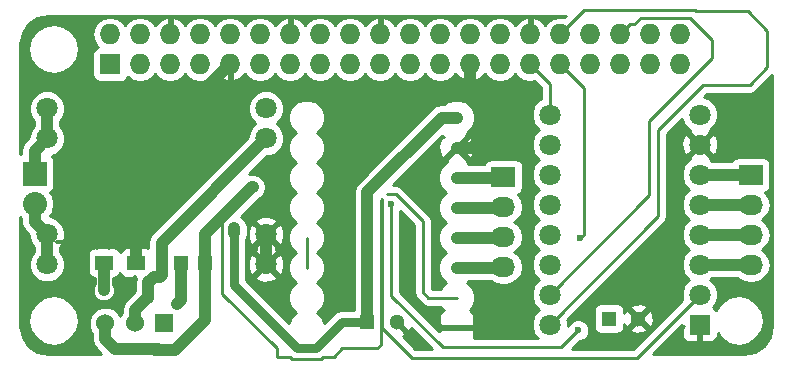
<source format=gbr>
G04 #@! TF.FileFunction,Copper,L1,Top,Signal*
%FSLAX46Y46*%
G04 Gerber Fmt 4.6, Leading zero omitted, Abs format (unit mm)*
G04 Created by KiCad (PCBNEW 4.0.2+dfsg1-stable) date ថ្ងៃ​ច័ន្ទ ថ្ងៃ 19 ខែ មិនា ឆ្នាំ  2018, 20 ម៉ោង m នាទី 38 វិនាទី​*
%MOMM*%
G01*
G04 APERTURE LIST*
%ADD10C,0.100000*%
%ADD11C,0.300000*%
%ADD12R,1.727200X1.727200*%
%ADD13O,1.727200X1.727200*%
%ADD14R,2.032000X1.727200*%
%ADD15O,2.032000X1.727200*%
%ADD16C,1.300000*%
%ADD17R,1.300000X1.300000*%
%ADD18R,1.198880X1.198880*%
%ADD19R,1.750000X1.750000*%
%ADD20C,1.800000*%
%ADD21R,2.032000X2.032000*%
%ADD22O,2.032000X2.032000*%
%ADD23R,1.500000X1.300000*%
%ADD24C,1.524000*%
%ADD25R,1.524000X1.524000*%
%ADD26C,0.600000*%
%ADD27C,0.250000*%
%ADD28C,1.000000*%
%ADD29C,0.800000*%
%ADD30C,0.254000*%
G04 APERTURE END LIST*
D10*
D11*
X129821429Y-112428571D02*
X129321429Y-113928571D01*
X128821429Y-112428571D01*
X128321429Y-113928571D02*
X128321429Y-112428571D01*
X127607143Y-113928571D02*
X127607143Y-112428571D01*
X126750000Y-113928571D01*
X126750000Y-112428571D01*
X126035714Y-113357143D02*
X124892857Y-113357143D01*
D12*
X129430000Y-98340000D03*
D13*
X129430000Y-95800000D03*
X131970000Y-98340000D03*
X131970000Y-95800000D03*
X134510000Y-98340000D03*
X134510000Y-95800000D03*
X137050000Y-98340000D03*
X137050000Y-95800000D03*
X139590000Y-98340000D03*
X139590000Y-95800000D03*
X142130000Y-98340000D03*
X142130000Y-95800000D03*
X144670000Y-98340000D03*
X144670000Y-95800000D03*
X147210000Y-98340000D03*
X147210000Y-95800000D03*
X149750000Y-98340000D03*
X149750000Y-95800000D03*
X152290000Y-98340000D03*
X152290000Y-95800000D03*
X154830000Y-98340000D03*
X154830000Y-95800000D03*
X157370000Y-98340000D03*
X157370000Y-95800000D03*
X159910000Y-98340000D03*
X159910000Y-95800000D03*
X162450000Y-98340000D03*
X162450000Y-95800000D03*
X164990000Y-98340000D03*
X164990000Y-95800000D03*
X167530000Y-98340000D03*
X167530000Y-95800000D03*
X170070000Y-98340000D03*
X170070000Y-95800000D03*
X172610000Y-98340000D03*
X172610000Y-95800000D03*
X175150000Y-98340000D03*
X175150000Y-95800000D03*
X177690000Y-98340000D03*
X177690000Y-95800000D03*
D14*
X183660000Y-107710000D03*
D15*
X183660000Y-110250000D03*
X183660000Y-112790000D03*
X183660000Y-115330000D03*
D16*
X153670000Y-120180000D03*
D17*
X151170000Y-120180000D03*
D16*
X174150000Y-119870000D03*
D17*
X171650000Y-119870000D03*
D18*
X137478040Y-115190000D03*
X135380000Y-115190000D03*
D19*
X179340000Y-120390000D03*
D20*
X179340000Y-117850000D03*
X179340000Y-115310000D03*
X179340000Y-112770000D03*
X179340000Y-110230000D03*
X179340000Y-107690000D03*
X179340000Y-105150000D03*
X179340000Y-102610000D03*
X166640000Y-120390000D03*
X166640000Y-117850000D03*
X166640000Y-115310000D03*
X166640000Y-112770000D03*
X166640000Y-110230000D03*
X166640000Y-105150000D03*
X166640000Y-107690000D03*
X166640000Y-102610000D03*
D21*
X123030000Y-107610000D03*
D22*
X123030000Y-110150000D03*
D23*
X128920000Y-115140000D03*
X131620000Y-115140000D03*
D20*
X124079000Y-102072000D03*
X124079000Y-104612000D03*
X124079000Y-115280000D03*
X124079000Y-112740000D03*
X142621000Y-102072000D03*
X142621000Y-104612000D03*
X142621000Y-112740000D03*
X142621000Y-115280000D03*
D14*
X162720000Y-107880000D03*
D15*
X162720000Y-110420000D03*
X162720000Y-112960000D03*
X162720000Y-115500000D03*
D24*
X131520000Y-120280000D03*
D25*
X134020000Y-120280000D03*
D24*
X129020000Y-120280000D03*
D26*
X139930000Y-112230000D03*
X141500000Y-108750000D03*
X135050000Y-118600000D03*
X128880000Y-117490000D03*
X153240000Y-110180000D03*
X169050000Y-120870000D03*
X169190000Y-113080000D03*
D27*
X152850000Y-109350000D02*
X153631002Y-109350000D01*
X153631002Y-109350000D02*
X155900000Y-111618998D01*
X155900000Y-111618998D02*
X155900000Y-117660758D01*
X155900000Y-117660758D02*
X156349242Y-118110000D01*
X156349242Y-118110000D02*
X158750000Y-118110000D01*
X146050000Y-115570000D02*
X146050000Y-114297208D01*
X146050000Y-114297208D02*
X146050000Y-113030000D01*
D28*
X142621000Y-112740000D02*
X142621000Y-115280000D01*
X131620000Y-115140000D02*
X131620000Y-106310000D01*
X131620000Y-106310000D02*
X139590000Y-98340000D01*
X162060000Y-103372792D02*
X159910000Y-101222792D01*
X159910000Y-101222792D02*
X159910000Y-98340000D01*
X158750000Y-105410000D02*
X160022792Y-105410000D01*
X160022792Y-105410000D02*
X162060000Y-103372792D01*
D29*
X145233999Y-122350001D02*
X146866001Y-122350001D01*
X139930000Y-117046002D02*
X145233999Y-122350001D01*
X146866001Y-122350001D02*
X149036002Y-120180000D01*
X139930000Y-112230000D02*
X139930000Y-117046002D01*
X149720000Y-120180000D02*
X151170000Y-120180000D01*
X149036002Y-120180000D02*
X149720000Y-120180000D01*
D28*
X139930000Y-112654264D02*
X139930000Y-112230000D01*
X124079000Y-104612000D02*
X124079000Y-102072000D01*
X123030000Y-107610000D02*
X123030000Y-105661000D01*
X123030000Y-105661000D02*
X124079000Y-104612000D01*
X158750000Y-102870000D02*
X157477208Y-102870000D01*
X157477208Y-102870000D02*
X151170000Y-109177208D01*
X151170000Y-109177208D02*
X151170000Y-118530000D01*
X151170000Y-118530000D02*
X151170000Y-120180000D01*
D27*
X173990000Y-123200000D02*
X179340000Y-117850000D01*
X138904989Y-111805427D02*
X138904989Y-117618575D01*
X141500000Y-108750000D02*
X138904991Y-111345009D01*
X144675835Y-123100000D02*
X144850847Y-123275012D01*
X152414999Y-109783999D02*
X152414999Y-120664001D01*
X143538415Y-123100000D02*
X144675835Y-123100000D01*
X138904991Y-111345009D02*
X138904991Y-111805425D01*
X138904991Y-111805425D02*
X138904989Y-111805427D01*
X138904991Y-117618577D02*
X138904991Y-117766576D01*
X138904989Y-117618575D02*
X138904991Y-117618577D01*
X152345001Y-122104582D02*
X152345001Y-109853997D01*
X138904991Y-117766576D02*
X143538415Y-122400000D01*
X147249153Y-123275012D02*
X147424165Y-123100000D01*
X152049583Y-122400000D02*
X152345001Y-122104582D01*
X143538415Y-122400000D02*
X143538415Y-123100000D01*
X152414999Y-120664001D02*
X154950998Y-123200000D01*
X154950998Y-123200000D02*
X173990000Y-123200000D01*
X144850847Y-123275012D02*
X147249153Y-123275012D01*
X147424165Y-123100000D02*
X148350000Y-123100000D01*
X148350000Y-123100000D02*
X149050000Y-122400000D01*
X149050000Y-122400000D02*
X152049583Y-122400000D01*
X152345001Y-109853997D02*
X152414999Y-109783999D01*
D28*
X137478040Y-115190000D02*
X137478040Y-112702048D01*
X141430088Y-108750000D02*
X141500000Y-108750000D01*
X137478040Y-112702048D02*
X141430088Y-108750000D01*
X133250000Y-122510000D02*
X134934002Y-122510000D01*
X134934002Y-122510000D02*
X137478040Y-119965962D01*
X137478040Y-119965962D02*
X137478040Y-116789440D01*
X137478040Y-116789440D02*
X137478040Y-115190000D01*
D27*
X133709002Y-122700000D02*
X134340000Y-122700000D01*
X137478040Y-116039440D02*
X137478040Y-115190000D01*
X134340000Y-122700000D02*
X137478040Y-119561960D01*
X137478040Y-119561960D02*
X137478040Y-116039440D01*
D28*
X129850000Y-122460000D02*
X133469002Y-122460000D01*
X129020000Y-120280000D02*
X129020000Y-121630000D01*
X129020000Y-121630000D02*
X129850000Y-122460000D01*
X135050000Y-118600000D02*
X135380000Y-118270000D01*
X135380000Y-118270000D02*
X135380000Y-115190000D01*
X128880000Y-117490000D02*
X128880000Y-115180000D01*
X128880000Y-115180000D02*
X128920000Y-115140000D01*
D27*
X166640000Y-102610000D02*
X166640000Y-99990000D01*
X166640000Y-99990000D02*
X164990000Y-98340000D01*
X169050000Y-120870000D02*
X167620000Y-122300000D01*
X167620000Y-122300000D02*
X157610000Y-122300000D01*
X157610000Y-122300000D02*
X153240000Y-117930000D01*
X153240000Y-117930000D02*
X153240000Y-110180000D01*
X167530000Y-98340000D02*
X169510000Y-100320000D01*
X169510000Y-100320000D02*
X169510000Y-112760000D01*
X169510000Y-112760000D02*
X169190000Y-113080000D01*
X176500000Y-93750000D02*
X176363805Y-93750000D01*
X178903805Y-93750000D02*
X176500000Y-93750000D01*
X176500000Y-93750000D02*
X169580000Y-93750000D01*
X169580000Y-93750000D02*
X167530000Y-95800000D01*
X175800009Y-103892989D02*
X179612998Y-100080000D01*
X178983805Y-93830000D02*
X178903805Y-93750000D01*
X183560000Y-100080000D02*
X185070000Y-98570000D01*
X168393599Y-94936401D02*
X167530000Y-95800000D01*
X185070000Y-95500000D02*
X183400000Y-93830000D01*
X166640000Y-120390000D02*
X175800009Y-111229991D01*
X175800009Y-111229991D02*
X175800009Y-103892989D01*
X179612998Y-100080000D02*
X183560000Y-100080000D01*
X185070000Y-98570000D02*
X185070000Y-95500000D01*
X183400000Y-93830000D02*
X178983805Y-93830000D01*
X175050000Y-103183130D02*
X180400000Y-97833130D01*
X175050000Y-109440000D02*
X175050000Y-103183130D01*
X180400000Y-96306870D02*
X178493141Y-94400011D01*
X173473599Y-94936401D02*
X172610000Y-95800000D01*
X180400000Y-97833130D02*
X180400000Y-96306870D01*
X178493141Y-94400011D02*
X174346859Y-94400011D01*
X166640000Y-117850000D02*
X175050000Y-109440000D01*
X173810469Y-94936401D02*
X173473599Y-94936401D01*
X174346859Y-94400011D02*
X173810469Y-94936401D01*
D28*
X179340000Y-115310000D02*
X183640000Y-115310000D01*
X183640000Y-115310000D02*
X183660000Y-115330000D01*
X179340000Y-112770000D02*
X183640000Y-112770000D01*
X183640000Y-112770000D02*
X183660000Y-112790000D01*
X179340000Y-110230000D02*
X183640000Y-110230000D01*
X183640000Y-110230000D02*
X183660000Y-110250000D01*
X179340000Y-107690000D02*
X183640000Y-107690000D01*
X183640000Y-107690000D02*
X183660000Y-107710000D01*
X158750000Y-115570000D02*
X162650000Y-115570000D01*
X162650000Y-115570000D02*
X162720000Y-115500000D01*
X158750000Y-113030000D02*
X162650000Y-113030000D01*
X162650000Y-113030000D02*
X162720000Y-112960000D01*
X158750000Y-110490000D02*
X162650000Y-110490000D01*
X162650000Y-110490000D02*
X162720000Y-110420000D01*
X158750000Y-107950000D02*
X162650000Y-107950000D01*
X162650000Y-107950000D02*
X162720000Y-107880000D01*
X124079000Y-112740000D02*
X124079000Y-115280000D01*
X123030000Y-110150000D02*
X123030000Y-111691000D01*
X123030000Y-111691000D02*
X124079000Y-112740000D01*
D27*
X132550000Y-118150000D02*
X132550000Y-117200000D01*
X132550000Y-117200000D02*
X132900000Y-116850000D01*
X132900000Y-116850000D02*
X132900000Y-116550000D01*
D28*
X132650000Y-118100000D02*
X132600000Y-118150000D01*
X132600000Y-118150000D02*
X132550000Y-118150000D01*
X132550000Y-118150000D02*
X131520000Y-119180000D01*
X131520000Y-119180000D02*
X131520000Y-120280000D01*
X132950000Y-116486139D02*
X132650000Y-116786139D01*
X132650000Y-116786139D02*
X132650000Y-118050000D01*
D27*
X132950000Y-116486139D02*
X133100000Y-116319999D01*
D28*
X133770000Y-115700000D02*
X133770000Y-116180000D01*
X133770000Y-116180000D02*
X133630001Y-116319999D01*
X133630001Y-116319999D02*
X133100000Y-116319999D01*
X133770000Y-113463000D02*
X133770000Y-114320000D01*
D27*
X133770000Y-115700000D02*
X133770000Y-113650000D01*
D28*
X133770000Y-114320000D02*
X133770000Y-115700000D01*
X142621000Y-104612000D02*
X133770000Y-113463000D01*
X133770000Y-113463000D02*
X133770000Y-113650000D01*
D30*
G36*
X185450000Y-120472533D02*
X185261383Y-121420775D01*
X184762463Y-122167463D01*
X184015777Y-122666383D01*
X183067533Y-122855000D01*
X175409802Y-122855000D01*
X177830000Y-120434802D01*
X177830000Y-120517002D01*
X177988748Y-120517002D01*
X177830000Y-120675750D01*
X177830000Y-121391310D01*
X177926673Y-121624699D01*
X178105302Y-121803327D01*
X178338691Y-121900000D01*
X179054250Y-121900000D01*
X179213000Y-121741250D01*
X179213000Y-120517000D01*
X179193000Y-120517000D01*
X179193000Y-120263000D01*
X179213000Y-120263000D01*
X179213000Y-120243000D01*
X179467000Y-120243000D01*
X179467000Y-120263000D01*
X179487000Y-120263000D01*
X179487000Y-120517000D01*
X179467000Y-120517000D01*
X179467000Y-121741250D01*
X179625750Y-121900000D01*
X180341309Y-121900000D01*
X180574698Y-121803327D01*
X180753327Y-121624699D01*
X180850000Y-121391310D01*
X180850000Y-121137617D01*
X181125327Y-121549673D01*
X181817971Y-122012483D01*
X182635000Y-122175000D01*
X183452029Y-122012483D01*
X184144673Y-121549673D01*
X184607483Y-120857029D01*
X184770000Y-120040000D01*
X184607483Y-119222971D01*
X184144673Y-118530327D01*
X183452029Y-118067517D01*
X182635000Y-117905000D01*
X181817971Y-118067517D01*
X181125327Y-118530327D01*
X180725995Y-119127969D01*
X180574698Y-118976673D01*
X180439975Y-118920869D01*
X180640551Y-118720643D01*
X180874733Y-118156670D01*
X180875265Y-117546009D01*
X180642068Y-116981629D01*
X180240818Y-116579677D01*
X180375731Y-116445000D01*
X182498392Y-116445000D01*
X182901766Y-116714526D01*
X183475255Y-116828600D01*
X183844745Y-116828600D01*
X184418234Y-116714526D01*
X184904415Y-116389670D01*
X185229271Y-115903489D01*
X185343345Y-115330000D01*
X185229271Y-114756511D01*
X184904415Y-114270330D01*
X184589634Y-114060000D01*
X184904415Y-113849670D01*
X185229271Y-113363489D01*
X185343345Y-112790000D01*
X185229271Y-112216511D01*
X184904415Y-111730330D01*
X184589634Y-111520000D01*
X184904415Y-111309670D01*
X185229271Y-110823489D01*
X185343345Y-110250000D01*
X185229271Y-109676511D01*
X184904415Y-109190330D01*
X184890087Y-109180757D01*
X184911317Y-109176762D01*
X185127441Y-109037690D01*
X185272431Y-108825490D01*
X185323440Y-108573600D01*
X185323440Y-106846400D01*
X185279162Y-106611083D01*
X185140090Y-106394959D01*
X184927890Y-106249969D01*
X184676000Y-106198960D01*
X182644000Y-106198960D01*
X182408683Y-106243238D01*
X182192559Y-106382310D01*
X182074565Y-106555000D01*
X180375905Y-106555000D01*
X180210643Y-106389449D01*
X180189806Y-106380797D01*
X180240554Y-106230159D01*
X179340000Y-105329605D01*
X178439446Y-106230159D01*
X178490035Y-106380327D01*
X178471629Y-106387932D01*
X178039449Y-106819357D01*
X177805267Y-107383330D01*
X177804735Y-107993991D01*
X178037932Y-108558371D01*
X178439182Y-108960323D01*
X178039449Y-109359357D01*
X177805267Y-109923330D01*
X177804735Y-110533991D01*
X178037932Y-111098371D01*
X178439182Y-111500323D01*
X178039449Y-111899357D01*
X177805267Y-112463330D01*
X177804735Y-113073991D01*
X178037932Y-113638371D01*
X178439182Y-114040323D01*
X178039449Y-114439357D01*
X177805267Y-115003330D01*
X177804735Y-115613991D01*
X178037932Y-116178371D01*
X178439182Y-116580323D01*
X178039449Y-116979357D01*
X177805267Y-117543330D01*
X177804735Y-118153991D01*
X177850485Y-118264713D01*
X173675198Y-122440000D01*
X168554802Y-122440000D01*
X169189680Y-121805122D01*
X169235167Y-121805162D01*
X169578943Y-121663117D01*
X169842192Y-121400327D01*
X169984838Y-121056799D01*
X169985162Y-120684833D01*
X169843117Y-120341057D01*
X169580327Y-120077808D01*
X169236799Y-119935162D01*
X168864833Y-119934838D01*
X168521057Y-120076883D01*
X168257808Y-120339673D01*
X168174870Y-120539409D01*
X168175265Y-120086009D01*
X168129515Y-119975287D01*
X168884802Y-119220000D01*
X170352560Y-119220000D01*
X170352560Y-120520000D01*
X170396838Y-120755317D01*
X170535910Y-120971441D01*
X170748110Y-121116431D01*
X171000000Y-121167440D01*
X172300000Y-121167440D01*
X172535317Y-121123162D01*
X172751441Y-120984090D01*
X172896431Y-120771890D01*
X172897012Y-120769016D01*
X173430590Y-120769016D01*
X173486271Y-120999611D01*
X173969078Y-121167622D01*
X174479428Y-121138083D01*
X174813729Y-120999611D01*
X174869410Y-120769016D01*
X174150000Y-120049605D01*
X173430590Y-120769016D01*
X172897012Y-120769016D01*
X172947440Y-120520000D01*
X172947440Y-120357615D01*
X173020389Y-120533729D01*
X173250984Y-120589410D01*
X173970395Y-119870000D01*
X174329605Y-119870000D01*
X175049016Y-120589410D01*
X175279611Y-120533729D01*
X175447622Y-120050922D01*
X175418083Y-119540572D01*
X175279611Y-119206271D01*
X175049016Y-119150590D01*
X174329605Y-119870000D01*
X173970395Y-119870000D01*
X173250984Y-119150590D01*
X173020389Y-119206271D01*
X172947440Y-119415902D01*
X172947440Y-119220000D01*
X172903162Y-118984683D01*
X172894347Y-118970984D01*
X173430590Y-118970984D01*
X174150000Y-119690395D01*
X174869410Y-118970984D01*
X174813729Y-118740389D01*
X174330922Y-118572378D01*
X173820572Y-118601917D01*
X173486271Y-118740389D01*
X173430590Y-118970984D01*
X172894347Y-118970984D01*
X172764090Y-118768559D01*
X172551890Y-118623569D01*
X172300000Y-118572560D01*
X171000000Y-118572560D01*
X170764683Y-118616838D01*
X170548559Y-118755910D01*
X170403569Y-118968110D01*
X170352560Y-119220000D01*
X168884802Y-119220000D01*
X176337410Y-111767392D01*
X176502157Y-111520830D01*
X176560009Y-111229991D01*
X176560009Y-104909336D01*
X177793542Y-104909336D01*
X177819161Y-105519460D01*
X178003357Y-105964148D01*
X178259841Y-106050554D01*
X179160395Y-105150000D01*
X179519605Y-105150000D01*
X180420159Y-106050554D01*
X180676643Y-105964148D01*
X180886458Y-105390664D01*
X180860839Y-104780540D01*
X180676643Y-104335852D01*
X180420159Y-104249446D01*
X179519605Y-105150000D01*
X179160395Y-105150000D01*
X178259841Y-104249446D01*
X178003357Y-104335852D01*
X177793542Y-104909336D01*
X176560009Y-104909336D01*
X176560009Y-104207791D01*
X177819083Y-102948717D01*
X178037932Y-103478371D01*
X178469357Y-103910551D01*
X178490194Y-103919203D01*
X178439446Y-104069841D01*
X179340000Y-104970395D01*
X180240554Y-104069841D01*
X180189965Y-103919673D01*
X180208371Y-103912068D01*
X180640551Y-103480643D01*
X180874733Y-102916670D01*
X180875265Y-102306009D01*
X180642068Y-101741629D01*
X180210643Y-101309449D01*
X179679077Y-101088723D01*
X179927800Y-100840000D01*
X183560000Y-100840000D01*
X183850839Y-100782148D01*
X184097401Y-100617401D01*
X185450000Y-99264802D01*
X185450000Y-120472533D01*
X185450000Y-120472533D01*
G37*
X185450000Y-120472533D02*
X185261383Y-121420775D01*
X184762463Y-122167463D01*
X184015777Y-122666383D01*
X183067533Y-122855000D01*
X175409802Y-122855000D01*
X177830000Y-120434802D01*
X177830000Y-120517002D01*
X177988748Y-120517002D01*
X177830000Y-120675750D01*
X177830000Y-121391310D01*
X177926673Y-121624699D01*
X178105302Y-121803327D01*
X178338691Y-121900000D01*
X179054250Y-121900000D01*
X179213000Y-121741250D01*
X179213000Y-120517000D01*
X179193000Y-120517000D01*
X179193000Y-120263000D01*
X179213000Y-120263000D01*
X179213000Y-120243000D01*
X179467000Y-120243000D01*
X179467000Y-120263000D01*
X179487000Y-120263000D01*
X179487000Y-120517000D01*
X179467000Y-120517000D01*
X179467000Y-121741250D01*
X179625750Y-121900000D01*
X180341309Y-121900000D01*
X180574698Y-121803327D01*
X180753327Y-121624699D01*
X180850000Y-121391310D01*
X180850000Y-121137617D01*
X181125327Y-121549673D01*
X181817971Y-122012483D01*
X182635000Y-122175000D01*
X183452029Y-122012483D01*
X184144673Y-121549673D01*
X184607483Y-120857029D01*
X184770000Y-120040000D01*
X184607483Y-119222971D01*
X184144673Y-118530327D01*
X183452029Y-118067517D01*
X182635000Y-117905000D01*
X181817971Y-118067517D01*
X181125327Y-118530327D01*
X180725995Y-119127969D01*
X180574698Y-118976673D01*
X180439975Y-118920869D01*
X180640551Y-118720643D01*
X180874733Y-118156670D01*
X180875265Y-117546009D01*
X180642068Y-116981629D01*
X180240818Y-116579677D01*
X180375731Y-116445000D01*
X182498392Y-116445000D01*
X182901766Y-116714526D01*
X183475255Y-116828600D01*
X183844745Y-116828600D01*
X184418234Y-116714526D01*
X184904415Y-116389670D01*
X185229271Y-115903489D01*
X185343345Y-115330000D01*
X185229271Y-114756511D01*
X184904415Y-114270330D01*
X184589634Y-114060000D01*
X184904415Y-113849670D01*
X185229271Y-113363489D01*
X185343345Y-112790000D01*
X185229271Y-112216511D01*
X184904415Y-111730330D01*
X184589634Y-111520000D01*
X184904415Y-111309670D01*
X185229271Y-110823489D01*
X185343345Y-110250000D01*
X185229271Y-109676511D01*
X184904415Y-109190330D01*
X184890087Y-109180757D01*
X184911317Y-109176762D01*
X185127441Y-109037690D01*
X185272431Y-108825490D01*
X185323440Y-108573600D01*
X185323440Y-106846400D01*
X185279162Y-106611083D01*
X185140090Y-106394959D01*
X184927890Y-106249969D01*
X184676000Y-106198960D01*
X182644000Y-106198960D01*
X182408683Y-106243238D01*
X182192559Y-106382310D01*
X182074565Y-106555000D01*
X180375905Y-106555000D01*
X180210643Y-106389449D01*
X180189806Y-106380797D01*
X180240554Y-106230159D01*
X179340000Y-105329605D01*
X178439446Y-106230159D01*
X178490035Y-106380327D01*
X178471629Y-106387932D01*
X178039449Y-106819357D01*
X177805267Y-107383330D01*
X177804735Y-107993991D01*
X178037932Y-108558371D01*
X178439182Y-108960323D01*
X178039449Y-109359357D01*
X177805267Y-109923330D01*
X177804735Y-110533991D01*
X178037932Y-111098371D01*
X178439182Y-111500323D01*
X178039449Y-111899357D01*
X177805267Y-112463330D01*
X177804735Y-113073991D01*
X178037932Y-113638371D01*
X178439182Y-114040323D01*
X178039449Y-114439357D01*
X177805267Y-115003330D01*
X177804735Y-115613991D01*
X178037932Y-116178371D01*
X178439182Y-116580323D01*
X178039449Y-116979357D01*
X177805267Y-117543330D01*
X177804735Y-118153991D01*
X177850485Y-118264713D01*
X173675198Y-122440000D01*
X168554802Y-122440000D01*
X169189680Y-121805122D01*
X169235167Y-121805162D01*
X169578943Y-121663117D01*
X169842192Y-121400327D01*
X169984838Y-121056799D01*
X169985162Y-120684833D01*
X169843117Y-120341057D01*
X169580327Y-120077808D01*
X169236799Y-119935162D01*
X168864833Y-119934838D01*
X168521057Y-120076883D01*
X168257808Y-120339673D01*
X168174870Y-120539409D01*
X168175265Y-120086009D01*
X168129515Y-119975287D01*
X168884802Y-119220000D01*
X170352560Y-119220000D01*
X170352560Y-120520000D01*
X170396838Y-120755317D01*
X170535910Y-120971441D01*
X170748110Y-121116431D01*
X171000000Y-121167440D01*
X172300000Y-121167440D01*
X172535317Y-121123162D01*
X172751441Y-120984090D01*
X172896431Y-120771890D01*
X172897012Y-120769016D01*
X173430590Y-120769016D01*
X173486271Y-120999611D01*
X173969078Y-121167622D01*
X174479428Y-121138083D01*
X174813729Y-120999611D01*
X174869410Y-120769016D01*
X174150000Y-120049605D01*
X173430590Y-120769016D01*
X172897012Y-120769016D01*
X172947440Y-120520000D01*
X172947440Y-120357615D01*
X173020389Y-120533729D01*
X173250984Y-120589410D01*
X173970395Y-119870000D01*
X174329605Y-119870000D01*
X175049016Y-120589410D01*
X175279611Y-120533729D01*
X175447622Y-120050922D01*
X175418083Y-119540572D01*
X175279611Y-119206271D01*
X175049016Y-119150590D01*
X174329605Y-119870000D01*
X173970395Y-119870000D01*
X173250984Y-119150590D01*
X173020389Y-119206271D01*
X172947440Y-119415902D01*
X172947440Y-119220000D01*
X172903162Y-118984683D01*
X172894347Y-118970984D01*
X173430590Y-118970984D01*
X174150000Y-119690395D01*
X174869410Y-118970984D01*
X174813729Y-118740389D01*
X174330922Y-118572378D01*
X173820572Y-118601917D01*
X173486271Y-118740389D01*
X173430590Y-118970984D01*
X172894347Y-118970984D01*
X172764090Y-118768559D01*
X172551890Y-118623569D01*
X172300000Y-118572560D01*
X171000000Y-118572560D01*
X170764683Y-118616838D01*
X170548559Y-118755910D01*
X170403569Y-118968110D01*
X170352560Y-119220000D01*
X168884802Y-119220000D01*
X176337410Y-111767392D01*
X176502157Y-111520830D01*
X176560009Y-111229991D01*
X176560009Y-104909336D01*
X177793542Y-104909336D01*
X177819161Y-105519460D01*
X178003357Y-105964148D01*
X178259841Y-106050554D01*
X179160395Y-105150000D01*
X179519605Y-105150000D01*
X180420159Y-106050554D01*
X180676643Y-105964148D01*
X180886458Y-105390664D01*
X180860839Y-104780540D01*
X180676643Y-104335852D01*
X180420159Y-104249446D01*
X179519605Y-105150000D01*
X179160395Y-105150000D01*
X178259841Y-104249446D01*
X178003357Y-104335852D01*
X177793542Y-104909336D01*
X176560009Y-104909336D01*
X176560009Y-104207791D01*
X177819083Y-102948717D01*
X178037932Y-103478371D01*
X178469357Y-103910551D01*
X178490194Y-103919203D01*
X178439446Y-104069841D01*
X179340000Y-104970395D01*
X180240554Y-104069841D01*
X180189965Y-103919673D01*
X180208371Y-103912068D01*
X180640551Y-103480643D01*
X180874733Y-102916670D01*
X180875265Y-102306009D01*
X180642068Y-101741629D01*
X180210643Y-101309449D01*
X179679077Y-101088723D01*
X179927800Y-100840000D01*
X183560000Y-100840000D01*
X183850839Y-100782148D01*
X184097401Y-100617401D01*
X185450000Y-99264802D01*
X185450000Y-120472533D01*
G36*
X167888356Y-94366842D02*
X167559359Y-94301400D01*
X167500641Y-94301400D01*
X166927152Y-94415474D01*
X166440971Y-94740330D01*
X166260008Y-95011161D01*
X165878490Y-94593179D01*
X165349027Y-94345032D01*
X165117000Y-94465531D01*
X165117000Y-95673000D01*
X165137000Y-95673000D01*
X165137000Y-95927000D01*
X165117000Y-95927000D01*
X165117000Y-95947000D01*
X164863000Y-95947000D01*
X164863000Y-95927000D01*
X164843000Y-95927000D01*
X164843000Y-95673000D01*
X164863000Y-95673000D01*
X164863000Y-94465531D01*
X164630973Y-94345032D01*
X164101510Y-94593179D01*
X163719992Y-95011161D01*
X163539029Y-94740330D01*
X163052848Y-94415474D01*
X162479359Y-94301400D01*
X162420641Y-94301400D01*
X161847152Y-94415474D01*
X161360971Y-94740330D01*
X161180000Y-95011172D01*
X160999029Y-94740330D01*
X160512848Y-94415474D01*
X159939359Y-94301400D01*
X159880641Y-94301400D01*
X159307152Y-94415474D01*
X158820971Y-94740330D01*
X158640000Y-95011172D01*
X158459029Y-94740330D01*
X157972848Y-94415474D01*
X157399359Y-94301400D01*
X157340641Y-94301400D01*
X156767152Y-94415474D01*
X156280971Y-94740330D01*
X156100000Y-95011172D01*
X155919029Y-94740330D01*
X155432848Y-94415474D01*
X154859359Y-94301400D01*
X154800641Y-94301400D01*
X154227152Y-94415474D01*
X153740971Y-94740330D01*
X153560008Y-95011161D01*
X153178490Y-94593179D01*
X152649027Y-94345032D01*
X152417000Y-94465531D01*
X152417000Y-95673000D01*
X152437000Y-95673000D01*
X152437000Y-95927000D01*
X152417000Y-95927000D01*
X152417000Y-95947000D01*
X152163000Y-95947000D01*
X152163000Y-95927000D01*
X152143000Y-95927000D01*
X152143000Y-95673000D01*
X152163000Y-95673000D01*
X152163000Y-94465531D01*
X151930973Y-94345032D01*
X151401510Y-94593179D01*
X151019992Y-95011161D01*
X150839029Y-94740330D01*
X150352848Y-94415474D01*
X149779359Y-94301400D01*
X149720641Y-94301400D01*
X149147152Y-94415474D01*
X148660971Y-94740330D01*
X148480000Y-95011172D01*
X148299029Y-94740330D01*
X147812848Y-94415474D01*
X147239359Y-94301400D01*
X147180641Y-94301400D01*
X146607152Y-94415474D01*
X146120971Y-94740330D01*
X145940008Y-95011161D01*
X145558490Y-94593179D01*
X145029027Y-94345032D01*
X144797000Y-94465531D01*
X144797000Y-95673000D01*
X144817000Y-95673000D01*
X144817000Y-95927000D01*
X144797000Y-95927000D01*
X144797000Y-95947000D01*
X144543000Y-95947000D01*
X144543000Y-95927000D01*
X144523000Y-95927000D01*
X144523000Y-95673000D01*
X144543000Y-95673000D01*
X144543000Y-94465531D01*
X144310973Y-94345032D01*
X143781510Y-94593179D01*
X143399992Y-95011161D01*
X143219029Y-94740330D01*
X142732848Y-94415474D01*
X142159359Y-94301400D01*
X142100641Y-94301400D01*
X141527152Y-94415474D01*
X141040971Y-94740330D01*
X140860000Y-95011172D01*
X140679029Y-94740330D01*
X140192848Y-94415474D01*
X139619359Y-94301400D01*
X139560641Y-94301400D01*
X138987152Y-94415474D01*
X138500971Y-94740330D01*
X138320000Y-95011172D01*
X138139029Y-94740330D01*
X137652848Y-94415474D01*
X137079359Y-94301400D01*
X137020641Y-94301400D01*
X136447152Y-94415474D01*
X135960971Y-94740330D01*
X135780008Y-95011161D01*
X135398490Y-94593179D01*
X134869027Y-94345032D01*
X134637000Y-94465531D01*
X134637000Y-95673000D01*
X134657000Y-95673000D01*
X134657000Y-95927000D01*
X134637000Y-95927000D01*
X134637000Y-95947000D01*
X134383000Y-95947000D01*
X134383000Y-95927000D01*
X134363000Y-95927000D01*
X134363000Y-95673000D01*
X134383000Y-95673000D01*
X134383000Y-94465531D01*
X134150973Y-94345032D01*
X133621510Y-94593179D01*
X133239992Y-95011161D01*
X133059029Y-94740330D01*
X132572848Y-94415474D01*
X131999359Y-94301400D01*
X131940641Y-94301400D01*
X131367152Y-94415474D01*
X130880971Y-94740330D01*
X130700000Y-95011172D01*
X130519029Y-94740330D01*
X130032848Y-94415474D01*
X129459359Y-94301400D01*
X129400641Y-94301400D01*
X128827152Y-94415474D01*
X128340971Y-94740330D01*
X128016115Y-95226511D01*
X127902041Y-95800000D01*
X128016115Y-96373489D01*
X128340971Y-96859670D01*
X128354642Y-96868805D01*
X128331083Y-96873238D01*
X128114959Y-97012310D01*
X127969969Y-97224510D01*
X127918960Y-97476400D01*
X127918960Y-99203600D01*
X127963238Y-99438917D01*
X128102310Y-99655041D01*
X128314510Y-99800031D01*
X128566400Y-99851040D01*
X130293600Y-99851040D01*
X130528917Y-99806762D01*
X130745041Y-99667690D01*
X130890031Y-99455490D01*
X130898908Y-99411655D01*
X131367152Y-99724526D01*
X131940641Y-99838600D01*
X131999359Y-99838600D01*
X132572848Y-99724526D01*
X133059029Y-99399670D01*
X133240000Y-99128828D01*
X133420971Y-99399670D01*
X133907152Y-99724526D01*
X134480641Y-99838600D01*
X134539359Y-99838600D01*
X135112848Y-99724526D01*
X135599029Y-99399670D01*
X135780000Y-99128828D01*
X135960971Y-99399670D01*
X136447152Y-99724526D01*
X137020641Y-99838600D01*
X137079359Y-99838600D01*
X137652848Y-99724526D01*
X138139029Y-99399670D01*
X138319992Y-99128839D01*
X138701510Y-99546821D01*
X139230973Y-99794968D01*
X139463000Y-99674469D01*
X139463000Y-98467000D01*
X139443000Y-98467000D01*
X139443000Y-98213000D01*
X139463000Y-98213000D01*
X139463000Y-98193000D01*
X139717000Y-98193000D01*
X139717000Y-98213000D01*
X139737000Y-98213000D01*
X139737000Y-98467000D01*
X139717000Y-98467000D01*
X139717000Y-99674469D01*
X139949027Y-99794968D01*
X140478490Y-99546821D01*
X140860008Y-99128839D01*
X141040971Y-99399670D01*
X141527152Y-99724526D01*
X142100641Y-99838600D01*
X142159359Y-99838600D01*
X142732848Y-99724526D01*
X143219029Y-99399670D01*
X143400000Y-99128828D01*
X143580971Y-99399670D01*
X144067152Y-99724526D01*
X144640641Y-99838600D01*
X144699359Y-99838600D01*
X145272848Y-99724526D01*
X145759029Y-99399670D01*
X145940000Y-99128828D01*
X146120971Y-99399670D01*
X146607152Y-99724526D01*
X147180641Y-99838600D01*
X147239359Y-99838600D01*
X147812848Y-99724526D01*
X148299029Y-99399670D01*
X148480000Y-99128828D01*
X148660971Y-99399670D01*
X149147152Y-99724526D01*
X149720641Y-99838600D01*
X149779359Y-99838600D01*
X150352848Y-99724526D01*
X150839029Y-99399670D01*
X151020000Y-99128828D01*
X151200971Y-99399670D01*
X151687152Y-99724526D01*
X152260641Y-99838600D01*
X152319359Y-99838600D01*
X152892848Y-99724526D01*
X153379029Y-99399670D01*
X153560000Y-99128828D01*
X153740971Y-99399670D01*
X154227152Y-99724526D01*
X154800641Y-99838600D01*
X154859359Y-99838600D01*
X155432848Y-99724526D01*
X155919029Y-99399670D01*
X156100000Y-99128828D01*
X156280971Y-99399670D01*
X156767152Y-99724526D01*
X157340641Y-99838600D01*
X157399359Y-99838600D01*
X157972848Y-99724526D01*
X158459029Y-99399670D01*
X158639992Y-99128839D01*
X159021510Y-99546821D01*
X159550973Y-99794968D01*
X159783000Y-99674469D01*
X159783000Y-98467000D01*
X159763000Y-98467000D01*
X159763000Y-98213000D01*
X159783000Y-98213000D01*
X159783000Y-98193000D01*
X160037000Y-98193000D01*
X160037000Y-98213000D01*
X160057000Y-98213000D01*
X160057000Y-98467000D01*
X160037000Y-98467000D01*
X160037000Y-99674469D01*
X160269027Y-99794968D01*
X160798490Y-99546821D01*
X161180008Y-99128839D01*
X161360971Y-99399670D01*
X161847152Y-99724526D01*
X162420641Y-99838600D01*
X162479359Y-99838600D01*
X163052848Y-99724526D01*
X163539029Y-99399670D01*
X163720000Y-99128828D01*
X163900971Y-99399670D01*
X164387152Y-99724526D01*
X164960641Y-99838600D01*
X165019359Y-99838600D01*
X165348356Y-99773158D01*
X165880000Y-100304802D01*
X165880000Y-101263154D01*
X165771629Y-101307932D01*
X165339449Y-101739357D01*
X165105267Y-102303330D01*
X165104735Y-102913991D01*
X165337932Y-103478371D01*
X165739182Y-103880323D01*
X165339449Y-104279357D01*
X165105267Y-104843330D01*
X165104735Y-105453991D01*
X165337932Y-106018371D01*
X165739182Y-106420323D01*
X165339449Y-106819357D01*
X165105267Y-107383330D01*
X165104735Y-107993991D01*
X165337932Y-108558371D01*
X165739182Y-108960323D01*
X165339449Y-109359357D01*
X165105267Y-109923330D01*
X165104735Y-110533991D01*
X165337932Y-111098371D01*
X165739182Y-111500323D01*
X165339449Y-111899357D01*
X165105267Y-112463330D01*
X165104735Y-113073991D01*
X165337932Y-113638371D01*
X165739182Y-114040323D01*
X165339449Y-114439357D01*
X165105267Y-115003330D01*
X165104735Y-115613991D01*
X165337932Y-116178371D01*
X165739182Y-116580323D01*
X165339449Y-116979357D01*
X165105267Y-117543330D01*
X165104735Y-118153991D01*
X165337932Y-118718371D01*
X165739182Y-119120323D01*
X165339449Y-119519357D01*
X165105267Y-120083330D01*
X165104735Y-120693991D01*
X165337932Y-121258371D01*
X165619069Y-121540000D01*
X160260000Y-121540000D01*
X160260000Y-120935750D01*
X160101250Y-120777000D01*
X158877000Y-120777000D01*
X158877000Y-120797000D01*
X158623000Y-120797000D01*
X158623000Y-120777000D01*
X157398750Y-120777000D01*
X157280276Y-120895474D01*
X154000000Y-117615198D01*
X154000000Y-110793800D01*
X155140000Y-111933800D01*
X155140000Y-117660758D01*
X155197852Y-117951597D01*
X155362599Y-118198159D01*
X155811841Y-118647401D01*
X156058403Y-118812148D01*
X156349242Y-118870000D01*
X157403154Y-118870000D01*
X157447932Y-118978371D01*
X157650061Y-119180854D01*
X157515302Y-119236673D01*
X157336673Y-119415301D01*
X157240000Y-119648690D01*
X157240000Y-120364250D01*
X157398750Y-120523000D01*
X158623000Y-120523000D01*
X158623000Y-120503000D01*
X158877000Y-120503000D01*
X158877000Y-120523000D01*
X160101250Y-120523000D01*
X160260000Y-120364250D01*
X160260000Y-119648690D01*
X160163327Y-119415301D01*
X159984698Y-119236673D01*
X159849975Y-119180869D01*
X160050551Y-118980643D01*
X160284733Y-118416670D01*
X160285265Y-117806009D01*
X160052068Y-117241629D01*
X159650818Y-116839677D01*
X159785731Y-116705000D01*
X161693087Y-116705000D01*
X161961766Y-116884526D01*
X162535255Y-116998600D01*
X162904745Y-116998600D01*
X163478234Y-116884526D01*
X163964415Y-116559670D01*
X164289271Y-116073489D01*
X164403345Y-115500000D01*
X164289271Y-114926511D01*
X163964415Y-114440330D01*
X163649634Y-114230000D01*
X163964415Y-114019670D01*
X164289271Y-113533489D01*
X164403345Y-112960000D01*
X164289271Y-112386511D01*
X163964415Y-111900330D01*
X163649634Y-111690000D01*
X163964415Y-111479670D01*
X164289271Y-110993489D01*
X164403345Y-110420000D01*
X164289271Y-109846511D01*
X163964415Y-109360330D01*
X163950087Y-109350757D01*
X163971317Y-109346762D01*
X164187441Y-109207690D01*
X164332431Y-108995490D01*
X164383440Y-108743600D01*
X164383440Y-107016400D01*
X164339162Y-106781083D01*
X164200090Y-106564959D01*
X163987890Y-106419969D01*
X163736000Y-106368960D01*
X161704000Y-106368960D01*
X161468683Y-106413238D01*
X161252559Y-106552310D01*
X161107569Y-106764510D01*
X161097345Y-106815000D01*
X159785905Y-106815000D01*
X159620643Y-106649449D01*
X159599806Y-106640797D01*
X159650554Y-106490159D01*
X158750000Y-105589605D01*
X157849446Y-106490159D01*
X157900035Y-106640327D01*
X157881629Y-106647932D01*
X157449449Y-107079357D01*
X157215267Y-107643330D01*
X157214735Y-108253991D01*
X157447932Y-108818371D01*
X157849182Y-109220323D01*
X157449449Y-109619357D01*
X157215267Y-110183330D01*
X157214735Y-110793991D01*
X157447932Y-111358371D01*
X157849182Y-111760323D01*
X157449449Y-112159357D01*
X157215267Y-112723330D01*
X157214735Y-113333991D01*
X157447932Y-113898371D01*
X157849182Y-114300323D01*
X157449449Y-114699357D01*
X157215267Y-115263330D01*
X157214735Y-115873991D01*
X157447932Y-116438371D01*
X157849182Y-116840323D01*
X157449449Y-117239357D01*
X157403506Y-117350000D01*
X156664044Y-117350000D01*
X156660000Y-117345956D01*
X156660000Y-111618998D01*
X156602148Y-111328159D01*
X156437401Y-111081597D01*
X154168403Y-108812599D01*
X153921841Y-108647852D01*
X153631002Y-108590000D01*
X153362340Y-108590000D01*
X157556366Y-104395974D01*
X157669839Y-104509447D01*
X157413357Y-104595852D01*
X157203542Y-105169336D01*
X157229161Y-105779460D01*
X157413357Y-106224148D01*
X157669841Y-106310554D01*
X158570395Y-105410000D01*
X158929605Y-105410000D01*
X159830159Y-106310554D01*
X160086643Y-106224148D01*
X160296458Y-105650664D01*
X160270839Y-105040540D01*
X160086643Y-104595852D01*
X159830159Y-104509446D01*
X158929605Y-105410000D01*
X158570395Y-105410000D01*
X158556253Y-105395858D01*
X158735858Y-105216253D01*
X158750000Y-105230395D01*
X159650554Y-104329841D01*
X159599965Y-104179673D01*
X159618371Y-104172068D01*
X160050551Y-103740643D01*
X160284733Y-103176670D01*
X160285265Y-102566009D01*
X160052068Y-102001629D01*
X159620643Y-101569449D01*
X159056670Y-101335267D01*
X158446009Y-101334735D01*
X157881629Y-101567932D01*
X157714269Y-101735000D01*
X157477208Y-101735000D01*
X157042862Y-101821397D01*
X156773126Y-102001629D01*
X156674642Y-102067434D01*
X150367434Y-108374642D01*
X150121397Y-108742862D01*
X150035000Y-109177208D01*
X150035000Y-119115025D01*
X150014519Y-119145000D01*
X149036007Y-119145000D01*
X149036002Y-119144999D01*
X148658953Y-119220000D01*
X148639925Y-119223785D01*
X148304146Y-119448144D01*
X148304144Y-119448147D01*
X147532934Y-120219357D01*
X147352068Y-119781629D01*
X146950818Y-119379677D01*
X147350551Y-118980643D01*
X147584733Y-118416670D01*
X147585265Y-117806009D01*
X147352068Y-117241629D01*
X146950818Y-116839677D01*
X147350551Y-116440643D01*
X147584733Y-115876670D01*
X147585265Y-115266009D01*
X147352068Y-114701629D01*
X146950818Y-114299677D01*
X147350551Y-113900643D01*
X147584733Y-113336670D01*
X147585265Y-112726009D01*
X147352068Y-112161629D01*
X146950818Y-111759677D01*
X147350551Y-111360643D01*
X147584733Y-110796670D01*
X147585265Y-110186009D01*
X147352068Y-109621629D01*
X146950818Y-109219677D01*
X147350551Y-108820643D01*
X147584733Y-108256670D01*
X147585265Y-107646009D01*
X147352068Y-107081629D01*
X146950818Y-106679677D01*
X147350551Y-106280643D01*
X147584733Y-105716670D01*
X147585265Y-105106009D01*
X147352068Y-104541629D01*
X146950818Y-104139677D01*
X147350551Y-103740643D01*
X147584733Y-103176670D01*
X147585265Y-102566009D01*
X147352068Y-102001629D01*
X146920643Y-101569449D01*
X146356670Y-101335267D01*
X145746009Y-101334735D01*
X145181629Y-101567932D01*
X144749449Y-101999357D01*
X144515267Y-102563330D01*
X144514735Y-103173991D01*
X144747932Y-103738371D01*
X145149182Y-104140323D01*
X144749449Y-104539357D01*
X144515267Y-105103330D01*
X144514735Y-105713991D01*
X144747932Y-106278371D01*
X145149182Y-106680323D01*
X144749449Y-107079357D01*
X144515267Y-107643330D01*
X144514735Y-108253991D01*
X144747932Y-108818371D01*
X145149182Y-109220323D01*
X144749449Y-109619357D01*
X144515267Y-110183330D01*
X144514735Y-110793991D01*
X144747932Y-111358371D01*
X145149182Y-111760323D01*
X144749449Y-112159357D01*
X144515267Y-112723330D01*
X144514735Y-113333991D01*
X144747932Y-113898371D01*
X145149182Y-114300323D01*
X144749449Y-114699357D01*
X144515267Y-115263330D01*
X144514735Y-115873991D01*
X144747932Y-116438371D01*
X145149182Y-116840323D01*
X144749449Y-117239357D01*
X144515267Y-117803330D01*
X144514735Y-118413991D01*
X144747932Y-118978371D01*
X145149182Y-119380323D01*
X144749449Y-119779357D01*
X144566839Y-120219130D01*
X140965000Y-116617290D01*
X140965000Y-116360159D01*
X141720446Y-116360159D01*
X141806852Y-116616643D01*
X142380336Y-116826458D01*
X142990460Y-116800839D01*
X143435148Y-116616643D01*
X143521554Y-116360159D01*
X142621000Y-115459605D01*
X141720446Y-116360159D01*
X140965000Y-116360159D01*
X140965000Y-115039336D01*
X141074542Y-115039336D01*
X141100161Y-115649460D01*
X141284357Y-116094148D01*
X141540841Y-116180554D01*
X142441395Y-115280000D01*
X142800605Y-115280000D01*
X143701159Y-116180554D01*
X143957643Y-116094148D01*
X144167458Y-115520664D01*
X144141839Y-114910540D01*
X143957643Y-114465852D01*
X143701159Y-114379446D01*
X142800605Y-115280000D01*
X142441395Y-115280000D01*
X141540841Y-114379446D01*
X141284357Y-114465852D01*
X141074542Y-115039336D01*
X140965000Y-115039336D01*
X140965000Y-113820159D01*
X141720446Y-113820159D01*
X141784401Y-114010000D01*
X141720446Y-114199841D01*
X142621000Y-115100395D01*
X143521554Y-114199841D01*
X143457599Y-114010000D01*
X143521554Y-113820159D01*
X142621000Y-112919605D01*
X141720446Y-113820159D01*
X140965000Y-113820159D01*
X140965000Y-113108968D01*
X140978603Y-113088610D01*
X141065000Y-112654264D01*
X141065000Y-112499336D01*
X141074542Y-112499336D01*
X141100161Y-113109460D01*
X141284357Y-113554148D01*
X141540841Y-113640554D01*
X142441395Y-112740000D01*
X142800605Y-112740000D01*
X143701159Y-113640554D01*
X143957643Y-113554148D01*
X144167458Y-112980664D01*
X144141839Y-112370540D01*
X143957643Y-111925852D01*
X143701159Y-111839446D01*
X142800605Y-112740000D01*
X142441395Y-112740000D01*
X141540841Y-111839446D01*
X141284357Y-111925852D01*
X141074542Y-112499336D01*
X141065000Y-112499336D01*
X141065000Y-112230000D01*
X140978603Y-111795654D01*
X140887856Y-111659841D01*
X141720446Y-111659841D01*
X142621000Y-112560395D01*
X143521554Y-111659841D01*
X143435148Y-111403357D01*
X142861664Y-111193542D01*
X142251540Y-111219161D01*
X141806852Y-111403357D01*
X141720446Y-111659841D01*
X140887856Y-111659841D01*
X140732566Y-111427434D01*
X140507902Y-111277318D01*
X142091874Y-109693346D01*
X142302566Y-109552566D01*
X142548603Y-109184346D01*
X142635000Y-108750000D01*
X142548603Y-108315654D01*
X142302566Y-107947434D01*
X141934346Y-107701397D01*
X141500000Y-107615000D01*
X141430088Y-107615000D01*
X141171744Y-107666388D01*
X142691071Y-106147061D01*
X142924991Y-106147265D01*
X143489371Y-105914068D01*
X143921551Y-105482643D01*
X144155733Y-104918670D01*
X144156265Y-104308009D01*
X143923068Y-103743629D01*
X143521818Y-103341677D01*
X143921551Y-102942643D01*
X144155733Y-102378670D01*
X144156265Y-101768009D01*
X143923068Y-101203629D01*
X143491643Y-100771449D01*
X142927670Y-100537267D01*
X142317009Y-100536735D01*
X141752629Y-100769932D01*
X141320449Y-101201357D01*
X141086267Y-101765330D01*
X141085735Y-102375991D01*
X141318932Y-102940371D01*
X141720182Y-103342323D01*
X141320449Y-103741357D01*
X141086267Y-104305330D01*
X141086061Y-104541807D01*
X132967434Y-112660434D01*
X132721397Y-113028654D01*
X132635000Y-113463000D01*
X132635000Y-113912448D01*
X132496309Y-113855000D01*
X131905750Y-113855000D01*
X131747000Y-114013750D01*
X131747000Y-115013000D01*
X131767000Y-115013000D01*
X131767000Y-115267000D01*
X131747000Y-115267000D01*
X131747000Y-115287000D01*
X131493000Y-115287000D01*
X131493000Y-115267000D01*
X131473000Y-115267000D01*
X131473000Y-115013000D01*
X131493000Y-115013000D01*
X131493000Y-114013750D01*
X131334250Y-113855000D01*
X130743691Y-113855000D01*
X130510302Y-113951673D01*
X130331673Y-114130301D01*
X130275346Y-114266287D01*
X130273162Y-114254683D01*
X130134090Y-114038559D01*
X129921890Y-113893569D01*
X129670000Y-113842560D01*
X128170000Y-113842560D01*
X127934683Y-113886838D01*
X127718559Y-114025910D01*
X127573569Y-114238110D01*
X127522560Y-114490000D01*
X127522560Y-115790000D01*
X127566838Y-116025317D01*
X127705910Y-116241441D01*
X127918110Y-116386431D01*
X128120000Y-116427315D01*
X128120000Y-116927537D01*
X128087808Y-116959673D01*
X127945162Y-117303201D01*
X127944838Y-117675167D01*
X128086883Y-118018943D01*
X128349673Y-118282192D01*
X128693201Y-118424838D01*
X129065167Y-118425162D01*
X129408943Y-118283117D01*
X129672192Y-118020327D01*
X129814838Y-117676799D01*
X129815162Y-117304833D01*
X129673117Y-116961057D01*
X129640000Y-116927882D01*
X129640000Y-116437440D01*
X129670000Y-116437440D01*
X129905317Y-116393162D01*
X130121441Y-116254090D01*
X130266431Y-116041890D01*
X130273191Y-116008510D01*
X130331673Y-116149699D01*
X130510302Y-116328327D01*
X130743691Y-116425000D01*
X131334250Y-116425000D01*
X131492998Y-116266252D01*
X131492998Y-116425000D01*
X131586835Y-116425000D01*
X131515000Y-116786139D01*
X131515000Y-117579868D01*
X130717434Y-118377434D01*
X130471397Y-118745654D01*
X130385000Y-119180000D01*
X130385000Y-119439086D01*
X130336371Y-119487630D01*
X130270100Y-119647228D01*
X130205010Y-119489697D01*
X129812370Y-119096371D01*
X129299100Y-118883243D01*
X128743339Y-118882758D01*
X128229697Y-119094990D01*
X127836371Y-119487630D01*
X127623243Y-120000900D01*
X127622758Y-120556661D01*
X127834990Y-121070303D01*
X127885000Y-121120400D01*
X127885000Y-121630000D01*
X127971397Y-122064346D01*
X128194239Y-122397852D01*
X128217434Y-122432566D01*
X128639868Y-122855000D01*
X124202467Y-122855000D01*
X123254225Y-122666383D01*
X122507537Y-122167463D01*
X122008617Y-121420777D01*
X121820000Y-120472533D01*
X121820000Y-120040000D01*
X122500000Y-120040000D01*
X122662517Y-120857029D01*
X123125327Y-121549673D01*
X123817971Y-122012483D01*
X124635000Y-122175000D01*
X125452029Y-122012483D01*
X126144673Y-121549673D01*
X126607483Y-120857029D01*
X126770000Y-120040000D01*
X126607483Y-119222971D01*
X126144673Y-118530327D01*
X125452029Y-118067517D01*
X124635000Y-117905000D01*
X123817971Y-118067517D01*
X123125327Y-118530327D01*
X122662517Y-119222971D01*
X122500000Y-120040000D01*
X121820000Y-120040000D01*
X121820000Y-111286072D01*
X121862567Y-111349778D01*
X121895000Y-111371449D01*
X121895000Y-111691000D01*
X121981397Y-112125346D01*
X122176140Y-112416799D01*
X122227434Y-112493566D01*
X122543939Y-112810071D01*
X122543735Y-113043991D01*
X122776932Y-113608371D01*
X122944000Y-113775731D01*
X122944000Y-114244095D01*
X122778449Y-114409357D01*
X122544267Y-114973330D01*
X122543735Y-115583991D01*
X122776932Y-116148371D01*
X123208357Y-116580551D01*
X123772330Y-116814733D01*
X124382991Y-116815265D01*
X124947371Y-116582068D01*
X125379551Y-116150643D01*
X125613733Y-115586670D01*
X125614265Y-114976009D01*
X125381068Y-114411629D01*
X125214000Y-114244269D01*
X125214000Y-113775905D01*
X125379551Y-113610643D01*
X125613733Y-113046670D01*
X125614265Y-112436009D01*
X125381068Y-111871629D01*
X124949643Y-111439449D01*
X124385670Y-111205267D01*
X124294046Y-111205187D01*
X124555325Y-110814155D01*
X124681000Y-110182345D01*
X124681000Y-110117655D01*
X124555325Y-109485845D01*
X124352996Y-109183038D01*
X124497441Y-109090090D01*
X124642431Y-108877890D01*
X124693440Y-108626000D01*
X124693440Y-106594000D01*
X124649162Y-106358683D01*
X124510090Y-106142559D01*
X124466486Y-106112766D01*
X124947371Y-105914068D01*
X125379551Y-105482643D01*
X125613733Y-104918670D01*
X125614265Y-104308009D01*
X125381068Y-103743629D01*
X125214000Y-103576269D01*
X125214000Y-103107905D01*
X125379551Y-102942643D01*
X125613733Y-102378670D01*
X125614265Y-101768009D01*
X125381068Y-101203629D01*
X124949643Y-100771449D01*
X124385670Y-100537267D01*
X123775009Y-100536735D01*
X123210629Y-100769932D01*
X122778449Y-101201357D01*
X122544267Y-101765330D01*
X122543735Y-102375991D01*
X122776932Y-102940371D01*
X122944000Y-103107731D01*
X122944000Y-103576095D01*
X122778449Y-103741357D01*
X122544267Y-104305330D01*
X122544061Y-104541807D01*
X122227434Y-104858434D01*
X121981397Y-105226654D01*
X121895000Y-105661000D01*
X121895000Y-105968951D01*
X121820000Y-105983064D01*
X121820000Y-97040000D01*
X122500000Y-97040000D01*
X122662517Y-97857029D01*
X123125327Y-98549673D01*
X123817971Y-99012483D01*
X124635000Y-99175000D01*
X125452029Y-99012483D01*
X126144673Y-98549673D01*
X126607483Y-97857029D01*
X126770000Y-97040000D01*
X126607483Y-96222971D01*
X126144673Y-95530327D01*
X125452029Y-95067517D01*
X124635000Y-94905000D01*
X123817971Y-95067517D01*
X123125327Y-95530327D01*
X122662517Y-96222971D01*
X122500000Y-97040000D01*
X121820000Y-97040000D01*
X121820000Y-96607467D01*
X122008617Y-95659223D01*
X122507537Y-94912537D01*
X123254225Y-94413617D01*
X124202467Y-94225000D01*
X168030198Y-94225000D01*
X167888356Y-94366842D01*
X167888356Y-94366842D01*
G37*
X167888356Y-94366842D02*
X167559359Y-94301400D01*
X167500641Y-94301400D01*
X166927152Y-94415474D01*
X166440971Y-94740330D01*
X166260008Y-95011161D01*
X165878490Y-94593179D01*
X165349027Y-94345032D01*
X165117000Y-94465531D01*
X165117000Y-95673000D01*
X165137000Y-95673000D01*
X165137000Y-95927000D01*
X165117000Y-95927000D01*
X165117000Y-95947000D01*
X164863000Y-95947000D01*
X164863000Y-95927000D01*
X164843000Y-95927000D01*
X164843000Y-95673000D01*
X164863000Y-95673000D01*
X164863000Y-94465531D01*
X164630973Y-94345032D01*
X164101510Y-94593179D01*
X163719992Y-95011161D01*
X163539029Y-94740330D01*
X163052848Y-94415474D01*
X162479359Y-94301400D01*
X162420641Y-94301400D01*
X161847152Y-94415474D01*
X161360971Y-94740330D01*
X161180000Y-95011172D01*
X160999029Y-94740330D01*
X160512848Y-94415474D01*
X159939359Y-94301400D01*
X159880641Y-94301400D01*
X159307152Y-94415474D01*
X158820971Y-94740330D01*
X158640000Y-95011172D01*
X158459029Y-94740330D01*
X157972848Y-94415474D01*
X157399359Y-94301400D01*
X157340641Y-94301400D01*
X156767152Y-94415474D01*
X156280971Y-94740330D01*
X156100000Y-95011172D01*
X155919029Y-94740330D01*
X155432848Y-94415474D01*
X154859359Y-94301400D01*
X154800641Y-94301400D01*
X154227152Y-94415474D01*
X153740971Y-94740330D01*
X153560008Y-95011161D01*
X153178490Y-94593179D01*
X152649027Y-94345032D01*
X152417000Y-94465531D01*
X152417000Y-95673000D01*
X152437000Y-95673000D01*
X152437000Y-95927000D01*
X152417000Y-95927000D01*
X152417000Y-95947000D01*
X152163000Y-95947000D01*
X152163000Y-95927000D01*
X152143000Y-95927000D01*
X152143000Y-95673000D01*
X152163000Y-95673000D01*
X152163000Y-94465531D01*
X151930973Y-94345032D01*
X151401510Y-94593179D01*
X151019992Y-95011161D01*
X150839029Y-94740330D01*
X150352848Y-94415474D01*
X149779359Y-94301400D01*
X149720641Y-94301400D01*
X149147152Y-94415474D01*
X148660971Y-94740330D01*
X148480000Y-95011172D01*
X148299029Y-94740330D01*
X147812848Y-94415474D01*
X147239359Y-94301400D01*
X147180641Y-94301400D01*
X146607152Y-94415474D01*
X146120971Y-94740330D01*
X145940008Y-95011161D01*
X145558490Y-94593179D01*
X145029027Y-94345032D01*
X144797000Y-94465531D01*
X144797000Y-95673000D01*
X144817000Y-95673000D01*
X144817000Y-95927000D01*
X144797000Y-95927000D01*
X144797000Y-95947000D01*
X144543000Y-95947000D01*
X144543000Y-95927000D01*
X144523000Y-95927000D01*
X144523000Y-95673000D01*
X144543000Y-95673000D01*
X144543000Y-94465531D01*
X144310973Y-94345032D01*
X143781510Y-94593179D01*
X143399992Y-95011161D01*
X143219029Y-94740330D01*
X142732848Y-94415474D01*
X142159359Y-94301400D01*
X142100641Y-94301400D01*
X141527152Y-94415474D01*
X141040971Y-94740330D01*
X140860000Y-95011172D01*
X140679029Y-94740330D01*
X140192848Y-94415474D01*
X139619359Y-94301400D01*
X139560641Y-94301400D01*
X138987152Y-94415474D01*
X138500971Y-94740330D01*
X138320000Y-95011172D01*
X138139029Y-94740330D01*
X137652848Y-94415474D01*
X137079359Y-94301400D01*
X137020641Y-94301400D01*
X136447152Y-94415474D01*
X135960971Y-94740330D01*
X135780008Y-95011161D01*
X135398490Y-94593179D01*
X134869027Y-94345032D01*
X134637000Y-94465531D01*
X134637000Y-95673000D01*
X134657000Y-95673000D01*
X134657000Y-95927000D01*
X134637000Y-95927000D01*
X134637000Y-95947000D01*
X134383000Y-95947000D01*
X134383000Y-95927000D01*
X134363000Y-95927000D01*
X134363000Y-95673000D01*
X134383000Y-95673000D01*
X134383000Y-94465531D01*
X134150973Y-94345032D01*
X133621510Y-94593179D01*
X133239992Y-95011161D01*
X133059029Y-94740330D01*
X132572848Y-94415474D01*
X131999359Y-94301400D01*
X131940641Y-94301400D01*
X131367152Y-94415474D01*
X130880971Y-94740330D01*
X130700000Y-95011172D01*
X130519029Y-94740330D01*
X130032848Y-94415474D01*
X129459359Y-94301400D01*
X129400641Y-94301400D01*
X128827152Y-94415474D01*
X128340971Y-94740330D01*
X128016115Y-95226511D01*
X127902041Y-95800000D01*
X128016115Y-96373489D01*
X128340971Y-96859670D01*
X128354642Y-96868805D01*
X128331083Y-96873238D01*
X128114959Y-97012310D01*
X127969969Y-97224510D01*
X127918960Y-97476400D01*
X127918960Y-99203600D01*
X127963238Y-99438917D01*
X128102310Y-99655041D01*
X128314510Y-99800031D01*
X128566400Y-99851040D01*
X130293600Y-99851040D01*
X130528917Y-99806762D01*
X130745041Y-99667690D01*
X130890031Y-99455490D01*
X130898908Y-99411655D01*
X131367152Y-99724526D01*
X131940641Y-99838600D01*
X131999359Y-99838600D01*
X132572848Y-99724526D01*
X133059029Y-99399670D01*
X133240000Y-99128828D01*
X133420971Y-99399670D01*
X133907152Y-99724526D01*
X134480641Y-99838600D01*
X134539359Y-99838600D01*
X135112848Y-99724526D01*
X135599029Y-99399670D01*
X135780000Y-99128828D01*
X135960971Y-99399670D01*
X136447152Y-99724526D01*
X137020641Y-99838600D01*
X137079359Y-99838600D01*
X137652848Y-99724526D01*
X138139029Y-99399670D01*
X138319992Y-99128839D01*
X138701510Y-99546821D01*
X139230973Y-99794968D01*
X139463000Y-99674469D01*
X139463000Y-98467000D01*
X139443000Y-98467000D01*
X139443000Y-98213000D01*
X139463000Y-98213000D01*
X139463000Y-98193000D01*
X139717000Y-98193000D01*
X139717000Y-98213000D01*
X139737000Y-98213000D01*
X139737000Y-98467000D01*
X139717000Y-98467000D01*
X139717000Y-99674469D01*
X139949027Y-99794968D01*
X140478490Y-99546821D01*
X140860008Y-99128839D01*
X141040971Y-99399670D01*
X141527152Y-99724526D01*
X142100641Y-99838600D01*
X142159359Y-99838600D01*
X142732848Y-99724526D01*
X143219029Y-99399670D01*
X143400000Y-99128828D01*
X143580971Y-99399670D01*
X144067152Y-99724526D01*
X144640641Y-99838600D01*
X144699359Y-99838600D01*
X145272848Y-99724526D01*
X145759029Y-99399670D01*
X145940000Y-99128828D01*
X146120971Y-99399670D01*
X146607152Y-99724526D01*
X147180641Y-99838600D01*
X147239359Y-99838600D01*
X147812848Y-99724526D01*
X148299029Y-99399670D01*
X148480000Y-99128828D01*
X148660971Y-99399670D01*
X149147152Y-99724526D01*
X149720641Y-99838600D01*
X149779359Y-99838600D01*
X150352848Y-99724526D01*
X150839029Y-99399670D01*
X151020000Y-99128828D01*
X151200971Y-99399670D01*
X151687152Y-99724526D01*
X152260641Y-99838600D01*
X152319359Y-99838600D01*
X152892848Y-99724526D01*
X153379029Y-99399670D01*
X153560000Y-99128828D01*
X153740971Y-99399670D01*
X154227152Y-99724526D01*
X154800641Y-99838600D01*
X154859359Y-99838600D01*
X155432848Y-99724526D01*
X155919029Y-99399670D01*
X156100000Y-99128828D01*
X156280971Y-99399670D01*
X156767152Y-99724526D01*
X157340641Y-99838600D01*
X157399359Y-99838600D01*
X157972848Y-99724526D01*
X158459029Y-99399670D01*
X158639992Y-99128839D01*
X159021510Y-99546821D01*
X159550973Y-99794968D01*
X159783000Y-99674469D01*
X159783000Y-98467000D01*
X159763000Y-98467000D01*
X159763000Y-98213000D01*
X159783000Y-98213000D01*
X159783000Y-98193000D01*
X160037000Y-98193000D01*
X160037000Y-98213000D01*
X160057000Y-98213000D01*
X160057000Y-98467000D01*
X160037000Y-98467000D01*
X160037000Y-99674469D01*
X160269027Y-99794968D01*
X160798490Y-99546821D01*
X161180008Y-99128839D01*
X161360971Y-99399670D01*
X161847152Y-99724526D01*
X162420641Y-99838600D01*
X162479359Y-99838600D01*
X163052848Y-99724526D01*
X163539029Y-99399670D01*
X163720000Y-99128828D01*
X163900971Y-99399670D01*
X164387152Y-99724526D01*
X164960641Y-99838600D01*
X165019359Y-99838600D01*
X165348356Y-99773158D01*
X165880000Y-100304802D01*
X165880000Y-101263154D01*
X165771629Y-101307932D01*
X165339449Y-101739357D01*
X165105267Y-102303330D01*
X165104735Y-102913991D01*
X165337932Y-103478371D01*
X165739182Y-103880323D01*
X165339449Y-104279357D01*
X165105267Y-104843330D01*
X165104735Y-105453991D01*
X165337932Y-106018371D01*
X165739182Y-106420323D01*
X165339449Y-106819357D01*
X165105267Y-107383330D01*
X165104735Y-107993991D01*
X165337932Y-108558371D01*
X165739182Y-108960323D01*
X165339449Y-109359357D01*
X165105267Y-109923330D01*
X165104735Y-110533991D01*
X165337932Y-111098371D01*
X165739182Y-111500323D01*
X165339449Y-111899357D01*
X165105267Y-112463330D01*
X165104735Y-113073991D01*
X165337932Y-113638371D01*
X165739182Y-114040323D01*
X165339449Y-114439357D01*
X165105267Y-115003330D01*
X165104735Y-115613991D01*
X165337932Y-116178371D01*
X165739182Y-116580323D01*
X165339449Y-116979357D01*
X165105267Y-117543330D01*
X165104735Y-118153991D01*
X165337932Y-118718371D01*
X165739182Y-119120323D01*
X165339449Y-119519357D01*
X165105267Y-120083330D01*
X165104735Y-120693991D01*
X165337932Y-121258371D01*
X165619069Y-121540000D01*
X160260000Y-121540000D01*
X160260000Y-120935750D01*
X160101250Y-120777000D01*
X158877000Y-120777000D01*
X158877000Y-120797000D01*
X158623000Y-120797000D01*
X158623000Y-120777000D01*
X157398750Y-120777000D01*
X157280276Y-120895474D01*
X154000000Y-117615198D01*
X154000000Y-110793800D01*
X155140000Y-111933800D01*
X155140000Y-117660758D01*
X155197852Y-117951597D01*
X155362599Y-118198159D01*
X155811841Y-118647401D01*
X156058403Y-118812148D01*
X156349242Y-118870000D01*
X157403154Y-118870000D01*
X157447932Y-118978371D01*
X157650061Y-119180854D01*
X157515302Y-119236673D01*
X157336673Y-119415301D01*
X157240000Y-119648690D01*
X157240000Y-120364250D01*
X157398750Y-120523000D01*
X158623000Y-120523000D01*
X158623000Y-120503000D01*
X158877000Y-120503000D01*
X158877000Y-120523000D01*
X160101250Y-120523000D01*
X160260000Y-120364250D01*
X160260000Y-119648690D01*
X160163327Y-119415301D01*
X159984698Y-119236673D01*
X159849975Y-119180869D01*
X160050551Y-118980643D01*
X160284733Y-118416670D01*
X160285265Y-117806009D01*
X160052068Y-117241629D01*
X159650818Y-116839677D01*
X159785731Y-116705000D01*
X161693087Y-116705000D01*
X161961766Y-116884526D01*
X162535255Y-116998600D01*
X162904745Y-116998600D01*
X163478234Y-116884526D01*
X163964415Y-116559670D01*
X164289271Y-116073489D01*
X164403345Y-115500000D01*
X164289271Y-114926511D01*
X163964415Y-114440330D01*
X163649634Y-114230000D01*
X163964415Y-114019670D01*
X164289271Y-113533489D01*
X164403345Y-112960000D01*
X164289271Y-112386511D01*
X163964415Y-111900330D01*
X163649634Y-111690000D01*
X163964415Y-111479670D01*
X164289271Y-110993489D01*
X164403345Y-110420000D01*
X164289271Y-109846511D01*
X163964415Y-109360330D01*
X163950087Y-109350757D01*
X163971317Y-109346762D01*
X164187441Y-109207690D01*
X164332431Y-108995490D01*
X164383440Y-108743600D01*
X164383440Y-107016400D01*
X164339162Y-106781083D01*
X164200090Y-106564959D01*
X163987890Y-106419969D01*
X163736000Y-106368960D01*
X161704000Y-106368960D01*
X161468683Y-106413238D01*
X161252559Y-106552310D01*
X161107569Y-106764510D01*
X161097345Y-106815000D01*
X159785905Y-106815000D01*
X159620643Y-106649449D01*
X159599806Y-106640797D01*
X159650554Y-106490159D01*
X158750000Y-105589605D01*
X157849446Y-106490159D01*
X157900035Y-106640327D01*
X157881629Y-106647932D01*
X157449449Y-107079357D01*
X157215267Y-107643330D01*
X157214735Y-108253991D01*
X157447932Y-108818371D01*
X157849182Y-109220323D01*
X157449449Y-109619357D01*
X157215267Y-110183330D01*
X157214735Y-110793991D01*
X157447932Y-111358371D01*
X157849182Y-111760323D01*
X157449449Y-112159357D01*
X157215267Y-112723330D01*
X157214735Y-113333991D01*
X157447932Y-113898371D01*
X157849182Y-114300323D01*
X157449449Y-114699357D01*
X157215267Y-115263330D01*
X157214735Y-115873991D01*
X157447932Y-116438371D01*
X157849182Y-116840323D01*
X157449449Y-117239357D01*
X157403506Y-117350000D01*
X156664044Y-117350000D01*
X156660000Y-117345956D01*
X156660000Y-111618998D01*
X156602148Y-111328159D01*
X156437401Y-111081597D01*
X154168403Y-108812599D01*
X153921841Y-108647852D01*
X153631002Y-108590000D01*
X153362340Y-108590000D01*
X157556366Y-104395974D01*
X157669839Y-104509447D01*
X157413357Y-104595852D01*
X157203542Y-105169336D01*
X157229161Y-105779460D01*
X157413357Y-106224148D01*
X157669841Y-106310554D01*
X158570395Y-105410000D01*
X158929605Y-105410000D01*
X159830159Y-106310554D01*
X160086643Y-106224148D01*
X160296458Y-105650664D01*
X160270839Y-105040540D01*
X160086643Y-104595852D01*
X159830159Y-104509446D01*
X158929605Y-105410000D01*
X158570395Y-105410000D01*
X158556253Y-105395858D01*
X158735858Y-105216253D01*
X158750000Y-105230395D01*
X159650554Y-104329841D01*
X159599965Y-104179673D01*
X159618371Y-104172068D01*
X160050551Y-103740643D01*
X160284733Y-103176670D01*
X160285265Y-102566009D01*
X160052068Y-102001629D01*
X159620643Y-101569449D01*
X159056670Y-101335267D01*
X158446009Y-101334735D01*
X157881629Y-101567932D01*
X157714269Y-101735000D01*
X157477208Y-101735000D01*
X157042862Y-101821397D01*
X156773126Y-102001629D01*
X156674642Y-102067434D01*
X150367434Y-108374642D01*
X150121397Y-108742862D01*
X150035000Y-109177208D01*
X150035000Y-119115025D01*
X150014519Y-119145000D01*
X149036007Y-119145000D01*
X149036002Y-119144999D01*
X148658953Y-119220000D01*
X148639925Y-119223785D01*
X148304146Y-119448144D01*
X148304144Y-119448147D01*
X147532934Y-120219357D01*
X147352068Y-119781629D01*
X146950818Y-119379677D01*
X147350551Y-118980643D01*
X147584733Y-118416670D01*
X147585265Y-117806009D01*
X147352068Y-117241629D01*
X146950818Y-116839677D01*
X147350551Y-116440643D01*
X147584733Y-115876670D01*
X147585265Y-115266009D01*
X147352068Y-114701629D01*
X146950818Y-114299677D01*
X147350551Y-113900643D01*
X147584733Y-113336670D01*
X147585265Y-112726009D01*
X147352068Y-112161629D01*
X146950818Y-111759677D01*
X147350551Y-111360643D01*
X147584733Y-110796670D01*
X147585265Y-110186009D01*
X147352068Y-109621629D01*
X146950818Y-109219677D01*
X147350551Y-108820643D01*
X147584733Y-108256670D01*
X147585265Y-107646009D01*
X147352068Y-107081629D01*
X146950818Y-106679677D01*
X147350551Y-106280643D01*
X147584733Y-105716670D01*
X147585265Y-105106009D01*
X147352068Y-104541629D01*
X146950818Y-104139677D01*
X147350551Y-103740643D01*
X147584733Y-103176670D01*
X147585265Y-102566009D01*
X147352068Y-102001629D01*
X146920643Y-101569449D01*
X146356670Y-101335267D01*
X145746009Y-101334735D01*
X145181629Y-101567932D01*
X144749449Y-101999357D01*
X144515267Y-102563330D01*
X144514735Y-103173991D01*
X144747932Y-103738371D01*
X145149182Y-104140323D01*
X144749449Y-104539357D01*
X144515267Y-105103330D01*
X144514735Y-105713991D01*
X144747932Y-106278371D01*
X145149182Y-106680323D01*
X144749449Y-107079357D01*
X144515267Y-107643330D01*
X144514735Y-108253991D01*
X144747932Y-108818371D01*
X145149182Y-109220323D01*
X144749449Y-109619357D01*
X144515267Y-110183330D01*
X144514735Y-110793991D01*
X144747932Y-111358371D01*
X145149182Y-111760323D01*
X144749449Y-112159357D01*
X144515267Y-112723330D01*
X144514735Y-113333991D01*
X144747932Y-113898371D01*
X145149182Y-114300323D01*
X144749449Y-114699357D01*
X144515267Y-115263330D01*
X144514735Y-115873991D01*
X144747932Y-116438371D01*
X145149182Y-116840323D01*
X144749449Y-117239357D01*
X144515267Y-117803330D01*
X144514735Y-118413991D01*
X144747932Y-118978371D01*
X145149182Y-119380323D01*
X144749449Y-119779357D01*
X144566839Y-120219130D01*
X140965000Y-116617290D01*
X140965000Y-116360159D01*
X141720446Y-116360159D01*
X141806852Y-116616643D01*
X142380336Y-116826458D01*
X142990460Y-116800839D01*
X143435148Y-116616643D01*
X143521554Y-116360159D01*
X142621000Y-115459605D01*
X141720446Y-116360159D01*
X140965000Y-116360159D01*
X140965000Y-115039336D01*
X141074542Y-115039336D01*
X141100161Y-115649460D01*
X141284357Y-116094148D01*
X141540841Y-116180554D01*
X142441395Y-115280000D01*
X142800605Y-115280000D01*
X143701159Y-116180554D01*
X143957643Y-116094148D01*
X144167458Y-115520664D01*
X144141839Y-114910540D01*
X143957643Y-114465852D01*
X143701159Y-114379446D01*
X142800605Y-115280000D01*
X142441395Y-115280000D01*
X141540841Y-114379446D01*
X141284357Y-114465852D01*
X141074542Y-115039336D01*
X140965000Y-115039336D01*
X140965000Y-113820159D01*
X141720446Y-113820159D01*
X141784401Y-114010000D01*
X141720446Y-114199841D01*
X142621000Y-115100395D01*
X143521554Y-114199841D01*
X143457599Y-114010000D01*
X143521554Y-113820159D01*
X142621000Y-112919605D01*
X141720446Y-113820159D01*
X140965000Y-113820159D01*
X140965000Y-113108968D01*
X140978603Y-113088610D01*
X141065000Y-112654264D01*
X141065000Y-112499336D01*
X141074542Y-112499336D01*
X141100161Y-113109460D01*
X141284357Y-113554148D01*
X141540841Y-113640554D01*
X142441395Y-112740000D01*
X142800605Y-112740000D01*
X143701159Y-113640554D01*
X143957643Y-113554148D01*
X144167458Y-112980664D01*
X144141839Y-112370540D01*
X143957643Y-111925852D01*
X143701159Y-111839446D01*
X142800605Y-112740000D01*
X142441395Y-112740000D01*
X141540841Y-111839446D01*
X141284357Y-111925852D01*
X141074542Y-112499336D01*
X141065000Y-112499336D01*
X141065000Y-112230000D01*
X140978603Y-111795654D01*
X140887856Y-111659841D01*
X141720446Y-111659841D01*
X142621000Y-112560395D01*
X143521554Y-111659841D01*
X143435148Y-111403357D01*
X142861664Y-111193542D01*
X142251540Y-111219161D01*
X141806852Y-111403357D01*
X141720446Y-111659841D01*
X140887856Y-111659841D01*
X140732566Y-111427434D01*
X140507902Y-111277318D01*
X142091874Y-109693346D01*
X142302566Y-109552566D01*
X142548603Y-109184346D01*
X142635000Y-108750000D01*
X142548603Y-108315654D01*
X142302566Y-107947434D01*
X141934346Y-107701397D01*
X141500000Y-107615000D01*
X141430088Y-107615000D01*
X141171744Y-107666388D01*
X142691071Y-106147061D01*
X142924991Y-106147265D01*
X143489371Y-105914068D01*
X143921551Y-105482643D01*
X144155733Y-104918670D01*
X144156265Y-104308009D01*
X143923068Y-103743629D01*
X143521818Y-103341677D01*
X143921551Y-102942643D01*
X144155733Y-102378670D01*
X144156265Y-101768009D01*
X143923068Y-101203629D01*
X143491643Y-100771449D01*
X142927670Y-100537267D01*
X142317009Y-100536735D01*
X141752629Y-100769932D01*
X141320449Y-101201357D01*
X141086267Y-101765330D01*
X141085735Y-102375991D01*
X141318932Y-102940371D01*
X141720182Y-103342323D01*
X141320449Y-103741357D01*
X141086267Y-104305330D01*
X141086061Y-104541807D01*
X132967434Y-112660434D01*
X132721397Y-113028654D01*
X132635000Y-113463000D01*
X132635000Y-113912448D01*
X132496309Y-113855000D01*
X131905750Y-113855000D01*
X131747000Y-114013750D01*
X131747000Y-115013000D01*
X131767000Y-115013000D01*
X131767000Y-115267000D01*
X131747000Y-115267000D01*
X131747000Y-115287000D01*
X131493000Y-115287000D01*
X131493000Y-115267000D01*
X131473000Y-115267000D01*
X131473000Y-115013000D01*
X131493000Y-115013000D01*
X131493000Y-114013750D01*
X131334250Y-113855000D01*
X130743691Y-113855000D01*
X130510302Y-113951673D01*
X130331673Y-114130301D01*
X130275346Y-114266287D01*
X130273162Y-114254683D01*
X130134090Y-114038559D01*
X129921890Y-113893569D01*
X129670000Y-113842560D01*
X128170000Y-113842560D01*
X127934683Y-113886838D01*
X127718559Y-114025910D01*
X127573569Y-114238110D01*
X127522560Y-114490000D01*
X127522560Y-115790000D01*
X127566838Y-116025317D01*
X127705910Y-116241441D01*
X127918110Y-116386431D01*
X128120000Y-116427315D01*
X128120000Y-116927537D01*
X128087808Y-116959673D01*
X127945162Y-117303201D01*
X127944838Y-117675167D01*
X128086883Y-118018943D01*
X128349673Y-118282192D01*
X128693201Y-118424838D01*
X129065167Y-118425162D01*
X129408943Y-118283117D01*
X129672192Y-118020327D01*
X129814838Y-117676799D01*
X129815162Y-117304833D01*
X129673117Y-116961057D01*
X129640000Y-116927882D01*
X129640000Y-116437440D01*
X129670000Y-116437440D01*
X129905317Y-116393162D01*
X130121441Y-116254090D01*
X130266431Y-116041890D01*
X130273191Y-116008510D01*
X130331673Y-116149699D01*
X130510302Y-116328327D01*
X130743691Y-116425000D01*
X131334250Y-116425000D01*
X131492998Y-116266252D01*
X131492998Y-116425000D01*
X131586835Y-116425000D01*
X131515000Y-116786139D01*
X131515000Y-117579868D01*
X130717434Y-118377434D01*
X130471397Y-118745654D01*
X130385000Y-119180000D01*
X130385000Y-119439086D01*
X130336371Y-119487630D01*
X130270100Y-119647228D01*
X130205010Y-119489697D01*
X129812370Y-119096371D01*
X129299100Y-118883243D01*
X128743339Y-118882758D01*
X128229697Y-119094990D01*
X127836371Y-119487630D01*
X127623243Y-120000900D01*
X127622758Y-120556661D01*
X127834990Y-121070303D01*
X127885000Y-121120400D01*
X127885000Y-121630000D01*
X127971397Y-122064346D01*
X128194239Y-122397852D01*
X128217434Y-122432566D01*
X128639868Y-122855000D01*
X124202467Y-122855000D01*
X123254225Y-122666383D01*
X122507537Y-122167463D01*
X122008617Y-121420777D01*
X121820000Y-120472533D01*
X121820000Y-120040000D01*
X122500000Y-120040000D01*
X122662517Y-120857029D01*
X123125327Y-121549673D01*
X123817971Y-122012483D01*
X124635000Y-122175000D01*
X125452029Y-122012483D01*
X126144673Y-121549673D01*
X126607483Y-120857029D01*
X126770000Y-120040000D01*
X126607483Y-119222971D01*
X126144673Y-118530327D01*
X125452029Y-118067517D01*
X124635000Y-117905000D01*
X123817971Y-118067517D01*
X123125327Y-118530327D01*
X122662517Y-119222971D01*
X122500000Y-120040000D01*
X121820000Y-120040000D01*
X121820000Y-111286072D01*
X121862567Y-111349778D01*
X121895000Y-111371449D01*
X121895000Y-111691000D01*
X121981397Y-112125346D01*
X122176140Y-112416799D01*
X122227434Y-112493566D01*
X122543939Y-112810071D01*
X122543735Y-113043991D01*
X122776932Y-113608371D01*
X122944000Y-113775731D01*
X122944000Y-114244095D01*
X122778449Y-114409357D01*
X122544267Y-114973330D01*
X122543735Y-115583991D01*
X122776932Y-116148371D01*
X123208357Y-116580551D01*
X123772330Y-116814733D01*
X124382991Y-116815265D01*
X124947371Y-116582068D01*
X125379551Y-116150643D01*
X125613733Y-115586670D01*
X125614265Y-114976009D01*
X125381068Y-114411629D01*
X125214000Y-114244269D01*
X125214000Y-113775905D01*
X125379551Y-113610643D01*
X125613733Y-113046670D01*
X125614265Y-112436009D01*
X125381068Y-111871629D01*
X124949643Y-111439449D01*
X124385670Y-111205267D01*
X124294046Y-111205187D01*
X124555325Y-110814155D01*
X124681000Y-110182345D01*
X124681000Y-110117655D01*
X124555325Y-109485845D01*
X124352996Y-109183038D01*
X124497441Y-109090090D01*
X124642431Y-108877890D01*
X124693440Y-108626000D01*
X124693440Y-106594000D01*
X124649162Y-106358683D01*
X124510090Y-106142559D01*
X124466486Y-106112766D01*
X124947371Y-105914068D01*
X125379551Y-105482643D01*
X125613733Y-104918670D01*
X125614265Y-104308009D01*
X125381068Y-103743629D01*
X125214000Y-103576269D01*
X125214000Y-103107905D01*
X125379551Y-102942643D01*
X125613733Y-102378670D01*
X125614265Y-101768009D01*
X125381068Y-101203629D01*
X124949643Y-100771449D01*
X124385670Y-100537267D01*
X123775009Y-100536735D01*
X123210629Y-100769932D01*
X122778449Y-101201357D01*
X122544267Y-101765330D01*
X122543735Y-102375991D01*
X122776932Y-102940371D01*
X122944000Y-103107731D01*
X122944000Y-103576095D01*
X122778449Y-103741357D01*
X122544267Y-104305330D01*
X122544061Y-104541807D01*
X122227434Y-104858434D01*
X121981397Y-105226654D01*
X121895000Y-105661000D01*
X121895000Y-105968951D01*
X121820000Y-105983064D01*
X121820000Y-97040000D01*
X122500000Y-97040000D01*
X122662517Y-97857029D01*
X123125327Y-98549673D01*
X123817971Y-99012483D01*
X124635000Y-99175000D01*
X125452029Y-99012483D01*
X126144673Y-98549673D01*
X126607483Y-97857029D01*
X126770000Y-97040000D01*
X126607483Y-96222971D01*
X126144673Y-95530327D01*
X125452029Y-95067517D01*
X124635000Y-94905000D01*
X123817971Y-95067517D01*
X123125327Y-95530327D01*
X122662517Y-96222971D01*
X122500000Y-97040000D01*
X121820000Y-97040000D01*
X121820000Y-96607467D01*
X122008617Y-95659223D01*
X122507537Y-94912537D01*
X123254225Y-94413617D01*
X124202467Y-94225000D01*
X168030198Y-94225000D01*
X167888356Y-94366842D01*
G36*
X153863748Y-120165858D02*
X153849605Y-120180000D01*
X154569016Y-120899410D01*
X154799611Y-120843729D01*
X154871717Y-120636519D01*
X156675198Y-122440000D01*
X155265800Y-122440000D01*
X154193497Y-121367697D01*
X154333729Y-121309611D01*
X154389410Y-121079016D01*
X153670000Y-120359605D01*
X153655858Y-120373748D01*
X153476252Y-120194142D01*
X153490395Y-120180000D01*
X153476253Y-120165858D01*
X153655858Y-119986252D01*
X153670000Y-120000395D01*
X153684142Y-119986252D01*
X153863748Y-120165858D01*
X153863748Y-120165858D01*
G37*
X153863748Y-120165858D02*
X153849605Y-120180000D01*
X154569016Y-120899410D01*
X154799611Y-120843729D01*
X154871717Y-120636519D01*
X156675198Y-122440000D01*
X155265800Y-122440000D01*
X154193497Y-121367697D01*
X154333729Y-121309611D01*
X154389410Y-121079016D01*
X153670000Y-120359605D01*
X153655858Y-120373748D01*
X153476252Y-120194142D01*
X153490395Y-120180000D01*
X153476253Y-120165858D01*
X153655858Y-119986252D01*
X153670000Y-120000395D01*
X153684142Y-119986252D01*
X153863748Y-120165858D01*
G36*
X177817000Y-98213000D02*
X177837000Y-98213000D01*
X177837000Y-98467000D01*
X177817000Y-98467000D01*
X177817000Y-98487000D01*
X177563000Y-98487000D01*
X177563000Y-98467000D01*
X177543000Y-98467000D01*
X177543000Y-98213000D01*
X177563000Y-98213000D01*
X177563000Y-98193000D01*
X177817000Y-98193000D01*
X177817000Y-98213000D01*
X177817000Y-98213000D01*
G37*
X177817000Y-98213000D02*
X177837000Y-98213000D01*
X177837000Y-98467000D01*
X177817000Y-98467000D01*
X177817000Y-98487000D01*
X177563000Y-98487000D01*
X177563000Y-98467000D01*
X177543000Y-98467000D01*
X177543000Y-98213000D01*
X177563000Y-98213000D01*
X177563000Y-98193000D01*
X177817000Y-98193000D01*
X177817000Y-98213000D01*
G36*
X170197000Y-95673000D02*
X170217000Y-95673000D01*
X170217000Y-95927000D01*
X170197000Y-95927000D01*
X170197000Y-95947000D01*
X169943000Y-95947000D01*
X169943000Y-95927000D01*
X169923000Y-95927000D01*
X169923000Y-95673000D01*
X169943000Y-95673000D01*
X169943000Y-95653000D01*
X170197000Y-95653000D01*
X170197000Y-95673000D01*
X170197000Y-95673000D01*
G37*
X170197000Y-95673000D02*
X170217000Y-95673000D01*
X170217000Y-95927000D01*
X170197000Y-95927000D01*
X170197000Y-95947000D01*
X169943000Y-95947000D01*
X169943000Y-95927000D01*
X169923000Y-95927000D01*
X169923000Y-95673000D01*
X169943000Y-95673000D01*
X169943000Y-95653000D01*
X170197000Y-95653000D01*
X170197000Y-95673000D01*
M02*

</source>
